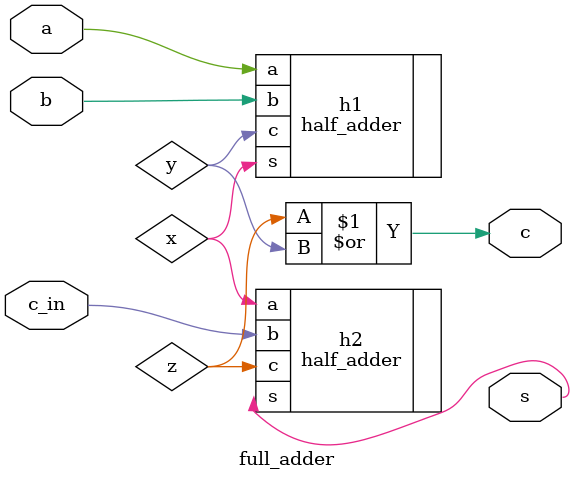
<source format=v>
module full_adder(a,b,c_in,s,c);
	input a,b,c_in;
	output s,c;

	wire x,y,z;
	half_adder h1(.a(a), .b(b), .s(x), .c(y));
	half_adder h2(.a(x), .b(c_in), .s(s), .c(z));
	or o1(c,z,y);
endmodule

</source>
